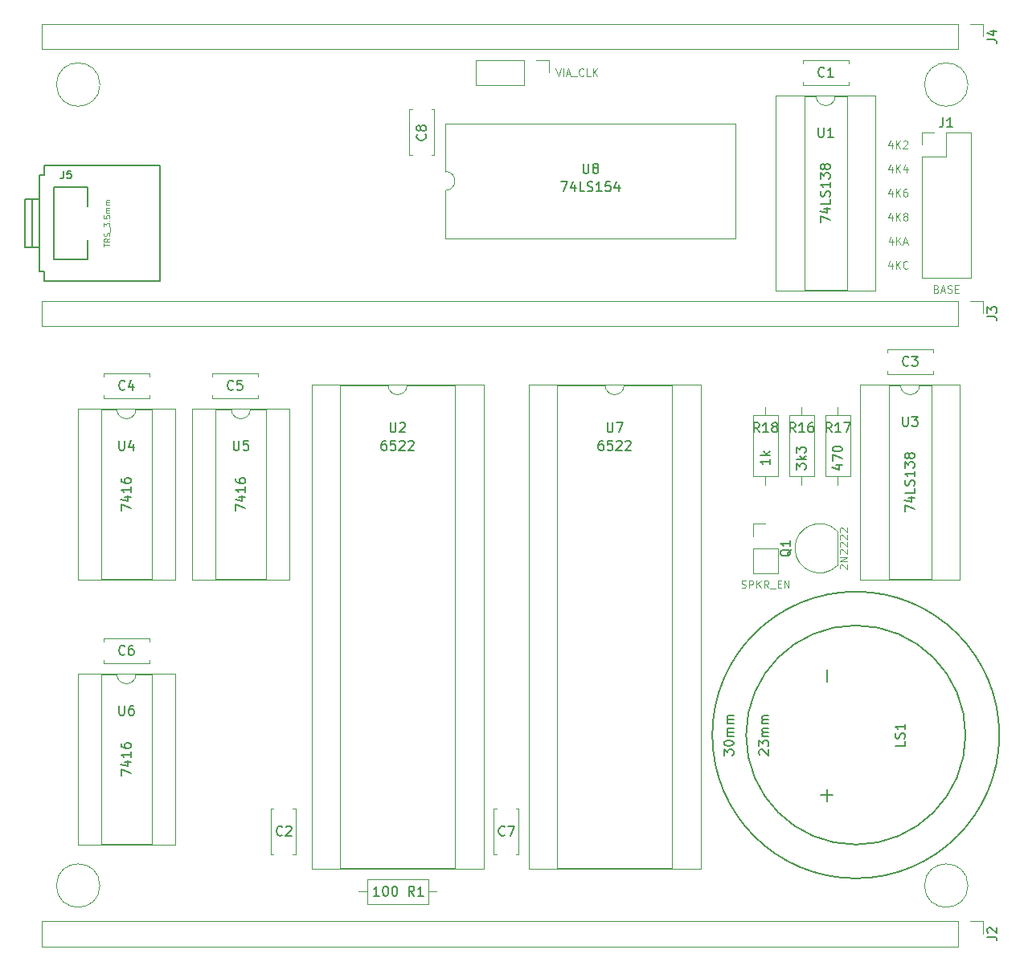
<source format=gto>
G04 #@! TF.GenerationSoftware,KiCad,Pcbnew,(5.1.5)-3*
G04 #@! TF.CreationDate,2020-10-11T23:01:46+02:00*
G04 #@! TF.ProjectId,PP 6502 Game Board,50502036-3530-4322-9047-616d6520426f,rev?*
G04 #@! TF.SameCoordinates,Original*
G04 #@! TF.FileFunction,Legend,Top*
G04 #@! TF.FilePolarity,Positive*
%FSLAX46Y46*%
G04 Gerber Fmt 4.6, Leading zero omitted, Abs format (unit mm)*
G04 Created by KiCad (PCBNEW (5.1.5)-3) date 2020-10-11 23:01:46*
%MOMM*%
%LPD*%
G04 APERTURE LIST*
%ADD10C,0.100000*%
%ADD11C,0.120000*%
%ADD12C,0.150000*%
G04 APERTURE END LIST*
D10*
X154446190Y-54171904D02*
X154712857Y-54971904D01*
X154979523Y-54171904D01*
X155246190Y-54971904D02*
X155246190Y-54171904D01*
X155589047Y-54743333D02*
X155970000Y-54743333D01*
X155512857Y-54971904D02*
X155779523Y-54171904D01*
X156046190Y-54971904D01*
X156122380Y-55048095D02*
X156731904Y-55048095D01*
X157379523Y-54895714D02*
X157341428Y-54933809D01*
X157227142Y-54971904D01*
X157150952Y-54971904D01*
X157036666Y-54933809D01*
X156960476Y-54857619D01*
X156922380Y-54781428D01*
X156884285Y-54629047D01*
X156884285Y-54514761D01*
X156922380Y-54362380D01*
X156960476Y-54286190D01*
X157036666Y-54210000D01*
X157150952Y-54171904D01*
X157227142Y-54171904D01*
X157341428Y-54210000D01*
X157379523Y-54248095D01*
X158103333Y-54971904D02*
X157722380Y-54971904D01*
X157722380Y-54171904D01*
X158370000Y-54971904D02*
X158370000Y-54171904D01*
X158827142Y-54971904D02*
X158484285Y-54514761D01*
X158827142Y-54171904D02*
X158370000Y-54629047D01*
X189852380Y-74758571D02*
X189852380Y-75291904D01*
X189661904Y-74453809D02*
X189471428Y-75025238D01*
X189966666Y-75025238D01*
X190271428Y-75291904D02*
X190271428Y-74491904D01*
X190728571Y-75291904D02*
X190385714Y-74834761D01*
X190728571Y-74491904D02*
X190271428Y-74949047D01*
X191528571Y-75215714D02*
X191490476Y-75253809D01*
X191376190Y-75291904D01*
X191300000Y-75291904D01*
X191185714Y-75253809D01*
X191109523Y-75177619D01*
X191071428Y-75101428D01*
X191033333Y-74949047D01*
X191033333Y-74834761D01*
X191071428Y-74682380D01*
X191109523Y-74606190D01*
X191185714Y-74530000D01*
X191300000Y-74491904D01*
X191376190Y-74491904D01*
X191490476Y-74530000D01*
X191528571Y-74568095D01*
X189909523Y-72218571D02*
X189909523Y-72751904D01*
X189719047Y-71913809D02*
X189528571Y-72485238D01*
X190023809Y-72485238D01*
X190328571Y-72751904D02*
X190328571Y-71951904D01*
X190785714Y-72751904D02*
X190442857Y-72294761D01*
X190785714Y-71951904D02*
X190328571Y-72409047D01*
X191090476Y-72523333D02*
X191471428Y-72523333D01*
X191014285Y-72751904D02*
X191280952Y-71951904D01*
X191547619Y-72751904D01*
X189871428Y-69678571D02*
X189871428Y-70211904D01*
X189680952Y-69373809D02*
X189490476Y-69945238D01*
X189985714Y-69945238D01*
X190290476Y-70211904D02*
X190290476Y-69411904D01*
X190747619Y-70211904D02*
X190404761Y-69754761D01*
X190747619Y-69411904D02*
X190290476Y-69869047D01*
X191204761Y-69754761D02*
X191128571Y-69716666D01*
X191090476Y-69678571D01*
X191052380Y-69602380D01*
X191052380Y-69564285D01*
X191090476Y-69488095D01*
X191128571Y-69450000D01*
X191204761Y-69411904D01*
X191357142Y-69411904D01*
X191433333Y-69450000D01*
X191471428Y-69488095D01*
X191509523Y-69564285D01*
X191509523Y-69602380D01*
X191471428Y-69678571D01*
X191433333Y-69716666D01*
X191357142Y-69754761D01*
X191204761Y-69754761D01*
X191128571Y-69792857D01*
X191090476Y-69830952D01*
X191052380Y-69907142D01*
X191052380Y-70059523D01*
X191090476Y-70135714D01*
X191128571Y-70173809D01*
X191204761Y-70211904D01*
X191357142Y-70211904D01*
X191433333Y-70173809D01*
X191471428Y-70135714D01*
X191509523Y-70059523D01*
X191509523Y-69907142D01*
X191471428Y-69830952D01*
X191433333Y-69792857D01*
X191357142Y-69754761D01*
X189871428Y-67138571D02*
X189871428Y-67671904D01*
X189680952Y-66833809D02*
X189490476Y-67405238D01*
X189985714Y-67405238D01*
X190290476Y-67671904D02*
X190290476Y-66871904D01*
X190747619Y-67671904D02*
X190404761Y-67214761D01*
X190747619Y-66871904D02*
X190290476Y-67329047D01*
X191433333Y-66871904D02*
X191280952Y-66871904D01*
X191204761Y-66910000D01*
X191166666Y-66948095D01*
X191090476Y-67062380D01*
X191052380Y-67214761D01*
X191052380Y-67519523D01*
X191090476Y-67595714D01*
X191128571Y-67633809D01*
X191204761Y-67671904D01*
X191357142Y-67671904D01*
X191433333Y-67633809D01*
X191471428Y-67595714D01*
X191509523Y-67519523D01*
X191509523Y-67329047D01*
X191471428Y-67252857D01*
X191433333Y-67214761D01*
X191357142Y-67176666D01*
X191204761Y-67176666D01*
X191128571Y-67214761D01*
X191090476Y-67252857D01*
X191052380Y-67329047D01*
X189871428Y-64598571D02*
X189871428Y-65131904D01*
X189680952Y-64293809D02*
X189490476Y-64865238D01*
X189985714Y-64865238D01*
X190290476Y-65131904D02*
X190290476Y-64331904D01*
X190747619Y-65131904D02*
X190404761Y-64674761D01*
X190747619Y-64331904D02*
X190290476Y-64789047D01*
X191433333Y-64598571D02*
X191433333Y-65131904D01*
X191242857Y-64293809D02*
X191052380Y-64865238D01*
X191547619Y-64865238D01*
X189871428Y-62058571D02*
X189871428Y-62591904D01*
X189680952Y-61753809D02*
X189490476Y-62325238D01*
X189985714Y-62325238D01*
X190290476Y-62591904D02*
X190290476Y-61791904D01*
X190747619Y-62591904D02*
X190404761Y-62134761D01*
X190747619Y-61791904D02*
X190290476Y-62249047D01*
X191052380Y-61868095D02*
X191090476Y-61830000D01*
X191166666Y-61791904D01*
X191357142Y-61791904D01*
X191433333Y-61830000D01*
X191471428Y-61868095D01*
X191509523Y-61944285D01*
X191509523Y-62020476D01*
X191471428Y-62134761D01*
X191014285Y-62591904D01*
X191509523Y-62591904D01*
D11*
X106426000Y-140335000D02*
G75*
G03X106426000Y-140335000I-2286000J0D01*
G01*
X197866000Y-140335000D02*
G75*
G03X197866000Y-140335000I-2286000J0D01*
G01*
X197866000Y-55880000D02*
G75*
G03X197866000Y-55880000I-2286000J0D01*
G01*
X106426000Y-55880000D02*
G75*
G03X106426000Y-55880000I-2286000J0D01*
G01*
X124420000Y-137070000D02*
X124420000Y-132250000D01*
X127040000Y-137070000D02*
X127040000Y-132250000D01*
X124420000Y-137070000D02*
X124734000Y-137070000D01*
X126726000Y-137070000D02*
X127040000Y-137070000D01*
X124420000Y-132250000D02*
X124734000Y-132250000D01*
X126726000Y-132250000D02*
X127040000Y-132250000D01*
X194220000Y-86400000D02*
X189400000Y-86400000D01*
X194220000Y-83780000D02*
X189400000Y-83780000D01*
X194220000Y-86400000D02*
X194220000Y-86086000D01*
X194220000Y-84094000D02*
X194220000Y-83780000D01*
X189400000Y-86400000D02*
X189400000Y-86086000D01*
X189400000Y-84094000D02*
X189400000Y-83780000D01*
X183880000Y-57090000D02*
G75*
G02X181880000Y-57090000I-1000000J0D01*
G01*
X181880000Y-57090000D02*
X180630000Y-57090000D01*
X180630000Y-57090000D02*
X180630000Y-77530000D01*
X180630000Y-77530000D02*
X185130000Y-77530000D01*
X185130000Y-77530000D02*
X185130000Y-57090000D01*
X185130000Y-57090000D02*
X183880000Y-57090000D01*
X177630000Y-57030000D02*
X177630000Y-77590000D01*
X177630000Y-77590000D02*
X188130000Y-77590000D01*
X188130000Y-77590000D02*
X188130000Y-57030000D01*
X188130000Y-57030000D02*
X177630000Y-57030000D01*
X138795000Y-87570000D02*
G75*
G02X136795000Y-87570000I-1000000J0D01*
G01*
X136795000Y-87570000D02*
X131735000Y-87570000D01*
X131735000Y-87570000D02*
X131735000Y-138490000D01*
X131735000Y-138490000D02*
X143855000Y-138490000D01*
X143855000Y-138490000D02*
X143855000Y-87570000D01*
X143855000Y-87570000D02*
X138795000Y-87570000D01*
X128735000Y-87510000D02*
X128735000Y-138550000D01*
X128735000Y-138550000D02*
X146855000Y-138550000D01*
X146855000Y-138550000D02*
X146855000Y-87510000D01*
X146855000Y-87510000D02*
X128735000Y-87510000D01*
X192770000Y-87570000D02*
G75*
G02X190770000Y-87570000I-1000000J0D01*
G01*
X190770000Y-87570000D02*
X189520000Y-87570000D01*
X189520000Y-87570000D02*
X189520000Y-108010000D01*
X189520000Y-108010000D02*
X194020000Y-108010000D01*
X194020000Y-108010000D02*
X194020000Y-87570000D01*
X194020000Y-87570000D02*
X192770000Y-87570000D01*
X186520000Y-87510000D02*
X186520000Y-108070000D01*
X186520000Y-108070000D02*
X197020000Y-108070000D01*
X197020000Y-108070000D02*
X197020000Y-87510000D01*
X197020000Y-87510000D02*
X186520000Y-87510000D01*
X145990000Y-53280000D02*
X145990000Y-55940000D01*
X151130000Y-53280000D02*
X145990000Y-53280000D01*
X151130000Y-55940000D02*
X145990000Y-55940000D01*
X151130000Y-53280000D02*
X151130000Y-55940000D01*
X152400000Y-53280000D02*
X153730000Y-53280000D01*
X153730000Y-53280000D02*
X153730000Y-54610000D01*
X185330000Y-55920000D02*
X180510000Y-55920000D01*
X185330000Y-53300000D02*
X180510000Y-53300000D01*
X185330000Y-55920000D02*
X185330000Y-55606000D01*
X185330000Y-53614000D02*
X185330000Y-53300000D01*
X180510000Y-55920000D02*
X180510000Y-55606000D01*
X180510000Y-53614000D02*
X180510000Y-53300000D01*
X111670000Y-88940000D02*
X106850000Y-88940000D01*
X111670000Y-86320000D02*
X106850000Y-86320000D01*
X111670000Y-88940000D02*
X111670000Y-88626000D01*
X111670000Y-86634000D02*
X111670000Y-86320000D01*
X106850000Y-88940000D02*
X106850000Y-88626000D01*
X106850000Y-86634000D02*
X106850000Y-86320000D01*
X123100000Y-88940000D02*
X118280000Y-88940000D01*
X123100000Y-86320000D02*
X118280000Y-86320000D01*
X123100000Y-88940000D02*
X123100000Y-88626000D01*
X123100000Y-86634000D02*
X123100000Y-86320000D01*
X118280000Y-88940000D02*
X118280000Y-88626000D01*
X118280000Y-86634000D02*
X118280000Y-86320000D01*
X192980000Y-76260000D02*
X198180000Y-76260000D01*
X192980000Y-63500000D02*
X192980000Y-76260000D01*
X198180000Y-60900000D02*
X198180000Y-76260000D01*
X192980000Y-63500000D02*
X195580000Y-63500000D01*
X195580000Y-63500000D02*
X195580000Y-60900000D01*
X195580000Y-60900000D02*
X198180000Y-60900000D01*
X192980000Y-62230000D02*
X192980000Y-60900000D01*
X192980000Y-60900000D02*
X194310000Y-60900000D01*
X100270000Y-144085000D02*
X100270000Y-146745000D01*
X196850000Y-144085000D02*
X100270000Y-144085000D01*
X196850000Y-146745000D02*
X100270000Y-146745000D01*
X196850000Y-144085000D02*
X196850000Y-146745000D01*
X198120000Y-144085000D02*
X199450000Y-144085000D01*
X199450000Y-144085000D02*
X199450000Y-145415000D01*
X100270000Y-78680000D02*
X100270000Y-81340000D01*
X196850000Y-78680000D02*
X100270000Y-78680000D01*
X196850000Y-81340000D02*
X100270000Y-81340000D01*
X196850000Y-78680000D02*
X196850000Y-81340000D01*
X198120000Y-78680000D02*
X199450000Y-78680000D01*
X199450000Y-78680000D02*
X199450000Y-80010000D01*
X181650000Y-90770000D02*
X179030000Y-90770000D01*
X179030000Y-90770000D02*
X179030000Y-97190000D01*
X179030000Y-97190000D02*
X181650000Y-97190000D01*
X181650000Y-97190000D02*
X181650000Y-90770000D01*
X180340000Y-89880000D02*
X180340000Y-90770000D01*
X180340000Y-98080000D02*
X180340000Y-97190000D01*
X110220000Y-90110000D02*
G75*
G02X108220000Y-90110000I-1000000J0D01*
G01*
X108220000Y-90110000D02*
X106570000Y-90110000D01*
X106570000Y-90110000D02*
X106570000Y-108010000D01*
X106570000Y-108010000D02*
X111870000Y-108010000D01*
X111870000Y-108010000D02*
X111870000Y-90110000D01*
X111870000Y-90110000D02*
X110220000Y-90110000D01*
X104080000Y-90050000D02*
X104080000Y-108070000D01*
X104080000Y-108070000D02*
X114360000Y-108070000D01*
X114360000Y-108070000D02*
X114360000Y-90050000D01*
X114360000Y-90050000D02*
X104080000Y-90050000D01*
X122285000Y-90110000D02*
G75*
G02X120285000Y-90110000I-1000000J0D01*
G01*
X120285000Y-90110000D02*
X118635000Y-90110000D01*
X118635000Y-90110000D02*
X118635000Y-108010000D01*
X118635000Y-108010000D02*
X123935000Y-108010000D01*
X123935000Y-108010000D02*
X123935000Y-90110000D01*
X123935000Y-90110000D02*
X122285000Y-90110000D01*
X116145000Y-90050000D02*
X116145000Y-108070000D01*
X116145000Y-108070000D02*
X126425000Y-108070000D01*
X126425000Y-108070000D02*
X126425000Y-90050000D01*
X126425000Y-90050000D02*
X116145000Y-90050000D01*
X110220000Y-118050000D02*
G75*
G02X108220000Y-118050000I-1000000J0D01*
G01*
X108220000Y-118050000D02*
X106570000Y-118050000D01*
X106570000Y-118050000D02*
X106570000Y-135950000D01*
X106570000Y-135950000D02*
X111870000Y-135950000D01*
X111870000Y-135950000D02*
X111870000Y-118050000D01*
X111870000Y-118050000D02*
X110220000Y-118050000D01*
X104080000Y-117990000D02*
X104080000Y-136010000D01*
X104080000Y-136010000D02*
X114360000Y-136010000D01*
X114360000Y-136010000D02*
X114360000Y-117990000D01*
X114360000Y-117990000D02*
X104080000Y-117990000D01*
X161655000Y-87570000D02*
G75*
G02X159655000Y-87570000I-1000000J0D01*
G01*
X159655000Y-87570000D02*
X154595000Y-87570000D01*
X154595000Y-87570000D02*
X154595000Y-138490000D01*
X154595000Y-138490000D02*
X166715000Y-138490000D01*
X166715000Y-138490000D02*
X166715000Y-87570000D01*
X166715000Y-87570000D02*
X161655000Y-87570000D01*
X151595000Y-87510000D02*
X151595000Y-138550000D01*
X151595000Y-138550000D02*
X169715000Y-138550000D01*
X169715000Y-138550000D02*
X169715000Y-87510000D01*
X169715000Y-87510000D02*
X151595000Y-87510000D01*
X142815000Y-65040000D02*
G75*
G02X142815000Y-67040000I0J-1000000D01*
G01*
X142815000Y-67040000D02*
X142815000Y-72100000D01*
X142815000Y-72100000D02*
X173415000Y-72100000D01*
X173415000Y-72100000D02*
X173415000Y-59980000D01*
X173415000Y-59980000D02*
X142815000Y-59980000D01*
X142815000Y-59980000D02*
X142815000Y-65040000D01*
X100270000Y-49470000D02*
X100270000Y-52130000D01*
X196850000Y-49470000D02*
X100270000Y-49470000D01*
X196850000Y-52130000D02*
X100270000Y-52130000D01*
X196850000Y-49470000D02*
X196850000Y-52130000D01*
X198120000Y-49470000D02*
X199450000Y-49470000D01*
X199450000Y-49470000D02*
X199450000Y-50800000D01*
X111670000Y-116880000D02*
X106850000Y-116880000D01*
X111670000Y-114260000D02*
X106850000Y-114260000D01*
X111670000Y-116880000D02*
X111670000Y-116566000D01*
X111670000Y-114574000D02*
X111670000Y-114260000D01*
X106850000Y-116880000D02*
X106850000Y-116566000D01*
X106850000Y-114574000D02*
X106850000Y-114260000D01*
X147915000Y-137070000D02*
X147915000Y-132250000D01*
X150535000Y-137070000D02*
X150535000Y-132250000D01*
X147915000Y-137070000D02*
X148229000Y-137070000D01*
X150221000Y-137070000D02*
X150535000Y-137070000D01*
X147915000Y-132250000D02*
X148229000Y-132250000D01*
X150221000Y-132250000D02*
X150535000Y-132250000D01*
X184095000Y-106575000D02*
X184095000Y-102975000D01*
X184083478Y-106613478D02*
G75*
G02X179645000Y-104775000I-1838478J1838478D01*
G01*
X184083478Y-102936522D02*
G75*
G03X179645000Y-104775000I-1838478J-1838478D01*
G01*
X182840000Y-97190000D02*
X185460000Y-97190000D01*
X185460000Y-97190000D02*
X185460000Y-90770000D01*
X185460000Y-90770000D02*
X182840000Y-90770000D01*
X182840000Y-90770000D02*
X182840000Y-97190000D01*
X184150000Y-98080000D02*
X184150000Y-97190000D01*
X184150000Y-89880000D02*
X184150000Y-90770000D01*
X177840000Y-90770000D02*
X175220000Y-90770000D01*
X175220000Y-90770000D02*
X175220000Y-97190000D01*
X175220000Y-97190000D02*
X177840000Y-97190000D01*
X177840000Y-97190000D02*
X177840000Y-90770000D01*
X176530000Y-89880000D02*
X176530000Y-90770000D01*
X176530000Y-98080000D02*
X176530000Y-97190000D01*
D12*
X183007000Y-118237000D02*
X183007000Y-117602000D01*
X183007000Y-118237000D02*
X183007000Y-118872000D01*
X183007000Y-130810000D02*
X183007000Y-130175000D01*
X183007000Y-130810000D02*
X183007000Y-131445000D01*
X183515000Y-130810000D02*
X183642000Y-130810000D01*
X182372000Y-130810000D02*
X183515000Y-130810000D01*
X197612000Y-124460000D02*
G75*
G03X197612000Y-124460000I-11557000J0D01*
G01*
X201168000Y-124460000D02*
G75*
G03X201168000Y-124460000I-15113000J0D01*
G01*
X105156000Y-72263000D02*
X105156000Y-74295000D01*
X105156000Y-74295000D02*
X101600000Y-74295000D01*
X101600000Y-74295000D02*
X101600000Y-66675000D01*
X101600000Y-66675000D02*
X105156000Y-66675000D01*
X105156000Y-66675000D02*
X105156000Y-68707000D01*
X100584000Y-75565000D02*
X100584000Y-76581000D01*
X100584000Y-64389000D02*
X100584000Y-65405000D01*
X98552000Y-73025000D02*
X100076000Y-73025000D01*
X100076000Y-67945000D02*
X98552000Y-67945000D01*
X99314000Y-73025000D02*
X99314000Y-67945000D01*
X100584000Y-75565000D02*
X100330000Y-75565000D01*
X100330000Y-75565000D02*
X100076000Y-75565000D01*
X100076000Y-75565000D02*
X100076000Y-65405000D01*
X100076000Y-65405000D02*
X100584000Y-65405000D01*
X98552000Y-73025000D02*
X98552000Y-67945000D01*
X112776000Y-76581000D02*
X100584000Y-76581000D01*
X100584000Y-64389000D02*
X112776000Y-64389000D01*
X112776000Y-64389000D02*
X112776000Y-76581000D01*
D11*
X175200000Y-107375000D02*
X177860000Y-107375000D01*
X175200000Y-104775000D02*
X175200000Y-107375000D01*
X177860000Y-104775000D02*
X177860000Y-107375000D01*
X175200000Y-104775000D02*
X177860000Y-104775000D01*
X175200000Y-103505000D02*
X175200000Y-102175000D01*
X175200000Y-102175000D02*
X176530000Y-102175000D01*
X141005000Y-142280000D02*
X141005000Y-139660000D01*
X141005000Y-139660000D02*
X134585000Y-139660000D01*
X134585000Y-139660000D02*
X134585000Y-142280000D01*
X134585000Y-142280000D02*
X141005000Y-142280000D01*
X141895000Y-140970000D02*
X141005000Y-140970000D01*
X133695000Y-140970000D02*
X134585000Y-140970000D01*
X141645000Y-58510000D02*
X141645000Y-63330000D01*
X139025000Y-58510000D02*
X139025000Y-63330000D01*
X141645000Y-58510000D02*
X141331000Y-58510000D01*
X139339000Y-58510000D02*
X139025000Y-58510000D01*
X141645000Y-63330000D02*
X141331000Y-63330000D01*
X139339000Y-63330000D02*
X139025000Y-63330000D01*
D12*
X125648332Y-134977142D02*
X125600713Y-135024761D01*
X125457856Y-135072380D01*
X125362618Y-135072380D01*
X125219760Y-135024761D01*
X125124522Y-134929523D01*
X125076903Y-134834285D01*
X125029284Y-134643809D01*
X125029284Y-134500952D01*
X125076903Y-134310476D01*
X125124522Y-134215238D01*
X125219760Y-134120000D01*
X125362618Y-134072380D01*
X125457856Y-134072380D01*
X125600713Y-134120000D01*
X125648332Y-134167619D01*
X126029284Y-134167619D02*
X126076903Y-134120000D01*
X126172141Y-134072380D01*
X126410237Y-134072380D01*
X126505475Y-134120000D01*
X126553094Y-134167619D01*
X126600713Y-134262857D01*
X126600713Y-134358095D01*
X126553094Y-134500952D01*
X125981665Y-135072380D01*
X126600713Y-135072380D01*
X191603333Y-85447142D02*
X191555714Y-85494761D01*
X191412857Y-85542380D01*
X191317619Y-85542380D01*
X191174761Y-85494761D01*
X191079523Y-85399523D01*
X191031904Y-85304285D01*
X190984285Y-85113809D01*
X190984285Y-84970952D01*
X191031904Y-84780476D01*
X191079523Y-84685238D01*
X191174761Y-84590000D01*
X191317619Y-84542380D01*
X191412857Y-84542380D01*
X191555714Y-84590000D01*
X191603333Y-84637619D01*
X191936666Y-84542380D02*
X192555714Y-84542380D01*
X192222380Y-84923333D01*
X192365238Y-84923333D01*
X192460476Y-84970952D01*
X192508095Y-85018571D01*
X192555714Y-85113809D01*
X192555714Y-85351904D01*
X192508095Y-85447142D01*
X192460476Y-85494761D01*
X192365238Y-85542380D01*
X192079523Y-85542380D01*
X191984285Y-85494761D01*
X191936666Y-85447142D01*
X182118095Y-60412380D02*
X182118095Y-61221904D01*
X182165714Y-61317142D01*
X182213333Y-61364761D01*
X182308571Y-61412380D01*
X182499047Y-61412380D01*
X182594285Y-61364761D01*
X182641904Y-61317142D01*
X182689523Y-61221904D01*
X182689523Y-60412380D01*
X183689523Y-61412380D02*
X183118095Y-61412380D01*
X183403809Y-61412380D02*
X183403809Y-60412380D01*
X183308571Y-60555238D01*
X183213333Y-60650476D01*
X183118095Y-60698095D01*
X182332380Y-70429047D02*
X182332380Y-69762380D01*
X183332380Y-70190952D01*
X182665714Y-68952857D02*
X183332380Y-68952857D01*
X182284761Y-69190952D02*
X182999047Y-69429047D01*
X182999047Y-68810000D01*
X183332380Y-67952857D02*
X183332380Y-68429047D01*
X182332380Y-68429047D01*
X183284761Y-67667142D02*
X183332380Y-67524285D01*
X183332380Y-67286190D01*
X183284761Y-67190952D01*
X183237142Y-67143333D01*
X183141904Y-67095714D01*
X183046666Y-67095714D01*
X182951428Y-67143333D01*
X182903809Y-67190952D01*
X182856190Y-67286190D01*
X182808571Y-67476666D01*
X182760952Y-67571904D01*
X182713333Y-67619523D01*
X182618095Y-67667142D01*
X182522857Y-67667142D01*
X182427619Y-67619523D01*
X182380000Y-67571904D01*
X182332380Y-67476666D01*
X182332380Y-67238571D01*
X182380000Y-67095714D01*
X183332380Y-66143333D02*
X183332380Y-66714761D01*
X183332380Y-66429047D02*
X182332380Y-66429047D01*
X182475238Y-66524285D01*
X182570476Y-66619523D01*
X182618095Y-66714761D01*
X182332380Y-65810000D02*
X182332380Y-65190952D01*
X182713333Y-65524285D01*
X182713333Y-65381428D01*
X182760952Y-65286190D01*
X182808571Y-65238571D01*
X182903809Y-65190952D01*
X183141904Y-65190952D01*
X183237142Y-65238571D01*
X183284761Y-65286190D01*
X183332380Y-65381428D01*
X183332380Y-65667142D01*
X183284761Y-65762380D01*
X183237142Y-65810000D01*
X182760952Y-64619523D02*
X182713333Y-64714761D01*
X182665714Y-64762380D01*
X182570476Y-64810000D01*
X182522857Y-64810000D01*
X182427619Y-64762380D01*
X182380000Y-64714761D01*
X182332380Y-64619523D01*
X182332380Y-64429047D01*
X182380000Y-64333809D01*
X182427619Y-64286190D01*
X182522857Y-64238571D01*
X182570476Y-64238571D01*
X182665714Y-64286190D01*
X182713333Y-64333809D01*
X182760952Y-64429047D01*
X182760952Y-64619523D01*
X182808571Y-64714761D01*
X182856190Y-64762380D01*
X182951428Y-64810000D01*
X183141904Y-64810000D01*
X183237142Y-64762380D01*
X183284761Y-64714761D01*
X183332380Y-64619523D01*
X183332380Y-64429047D01*
X183284761Y-64333809D01*
X183237142Y-64286190D01*
X183141904Y-64238571D01*
X182951428Y-64238571D01*
X182856190Y-64286190D01*
X182808571Y-64333809D01*
X182760952Y-64429047D01*
X137033095Y-91527380D02*
X137033095Y-92336904D01*
X137080714Y-92432142D01*
X137128333Y-92479761D01*
X137223571Y-92527380D01*
X137414047Y-92527380D01*
X137509285Y-92479761D01*
X137556904Y-92432142D01*
X137604523Y-92336904D01*
X137604523Y-91527380D01*
X138033095Y-91622619D02*
X138080714Y-91575000D01*
X138175952Y-91527380D01*
X138414047Y-91527380D01*
X138509285Y-91575000D01*
X138556904Y-91622619D01*
X138604523Y-91717857D01*
X138604523Y-91813095D01*
X138556904Y-91955952D01*
X137985476Y-92527380D01*
X138604523Y-92527380D01*
X136556904Y-93432380D02*
X136366428Y-93432380D01*
X136271190Y-93480000D01*
X136223571Y-93527619D01*
X136128333Y-93670476D01*
X136080714Y-93860952D01*
X136080714Y-94241904D01*
X136128333Y-94337142D01*
X136175952Y-94384761D01*
X136271190Y-94432380D01*
X136461666Y-94432380D01*
X136556904Y-94384761D01*
X136604523Y-94337142D01*
X136652142Y-94241904D01*
X136652142Y-94003809D01*
X136604523Y-93908571D01*
X136556904Y-93860952D01*
X136461666Y-93813333D01*
X136271190Y-93813333D01*
X136175952Y-93860952D01*
X136128333Y-93908571D01*
X136080714Y-94003809D01*
X137556904Y-93432380D02*
X137080714Y-93432380D01*
X137033095Y-93908571D01*
X137080714Y-93860952D01*
X137175952Y-93813333D01*
X137414047Y-93813333D01*
X137509285Y-93860952D01*
X137556904Y-93908571D01*
X137604523Y-94003809D01*
X137604523Y-94241904D01*
X137556904Y-94337142D01*
X137509285Y-94384761D01*
X137414047Y-94432380D01*
X137175952Y-94432380D01*
X137080714Y-94384761D01*
X137033095Y-94337142D01*
X137985476Y-93527619D02*
X138033095Y-93480000D01*
X138128333Y-93432380D01*
X138366428Y-93432380D01*
X138461666Y-93480000D01*
X138509285Y-93527619D01*
X138556904Y-93622857D01*
X138556904Y-93718095D01*
X138509285Y-93860952D01*
X137937857Y-94432380D01*
X138556904Y-94432380D01*
X138937857Y-93527619D02*
X138985476Y-93480000D01*
X139080714Y-93432380D01*
X139318809Y-93432380D01*
X139414047Y-93480000D01*
X139461666Y-93527619D01*
X139509285Y-93622857D01*
X139509285Y-93718095D01*
X139461666Y-93860952D01*
X138890238Y-94432380D01*
X139509285Y-94432380D01*
X191008095Y-90892380D02*
X191008095Y-91701904D01*
X191055714Y-91797142D01*
X191103333Y-91844761D01*
X191198571Y-91892380D01*
X191389047Y-91892380D01*
X191484285Y-91844761D01*
X191531904Y-91797142D01*
X191579523Y-91701904D01*
X191579523Y-90892380D01*
X191960476Y-90892380D02*
X192579523Y-90892380D01*
X192246190Y-91273333D01*
X192389047Y-91273333D01*
X192484285Y-91320952D01*
X192531904Y-91368571D01*
X192579523Y-91463809D01*
X192579523Y-91701904D01*
X192531904Y-91797142D01*
X192484285Y-91844761D01*
X192389047Y-91892380D01*
X192103333Y-91892380D01*
X192008095Y-91844761D01*
X191960476Y-91797142D01*
X191222380Y-100909047D02*
X191222380Y-100242380D01*
X192222380Y-100670952D01*
X191555714Y-99432857D02*
X192222380Y-99432857D01*
X191174761Y-99670952D02*
X191889047Y-99909047D01*
X191889047Y-99290000D01*
X192222380Y-98432857D02*
X192222380Y-98909047D01*
X191222380Y-98909047D01*
X192174761Y-98147142D02*
X192222380Y-98004285D01*
X192222380Y-97766190D01*
X192174761Y-97670952D01*
X192127142Y-97623333D01*
X192031904Y-97575714D01*
X191936666Y-97575714D01*
X191841428Y-97623333D01*
X191793809Y-97670952D01*
X191746190Y-97766190D01*
X191698571Y-97956666D01*
X191650952Y-98051904D01*
X191603333Y-98099523D01*
X191508095Y-98147142D01*
X191412857Y-98147142D01*
X191317619Y-98099523D01*
X191270000Y-98051904D01*
X191222380Y-97956666D01*
X191222380Y-97718571D01*
X191270000Y-97575714D01*
X192222380Y-96623333D02*
X192222380Y-97194761D01*
X192222380Y-96909047D02*
X191222380Y-96909047D01*
X191365238Y-97004285D01*
X191460476Y-97099523D01*
X191508095Y-97194761D01*
X191222380Y-96290000D02*
X191222380Y-95670952D01*
X191603333Y-96004285D01*
X191603333Y-95861428D01*
X191650952Y-95766190D01*
X191698571Y-95718571D01*
X191793809Y-95670952D01*
X192031904Y-95670952D01*
X192127142Y-95718571D01*
X192174761Y-95766190D01*
X192222380Y-95861428D01*
X192222380Y-96147142D01*
X192174761Y-96242380D01*
X192127142Y-96290000D01*
X191650952Y-95099523D02*
X191603333Y-95194761D01*
X191555714Y-95242380D01*
X191460476Y-95290000D01*
X191412857Y-95290000D01*
X191317619Y-95242380D01*
X191270000Y-95194761D01*
X191222380Y-95099523D01*
X191222380Y-94909047D01*
X191270000Y-94813809D01*
X191317619Y-94766190D01*
X191412857Y-94718571D01*
X191460476Y-94718571D01*
X191555714Y-94766190D01*
X191603333Y-94813809D01*
X191650952Y-94909047D01*
X191650952Y-95099523D01*
X191698571Y-95194761D01*
X191746190Y-95242380D01*
X191841428Y-95290000D01*
X192031904Y-95290000D01*
X192127142Y-95242380D01*
X192174761Y-95194761D01*
X192222380Y-95099523D01*
X192222380Y-94909047D01*
X192174761Y-94813809D01*
X192127142Y-94766190D01*
X192031904Y-94718571D01*
X191841428Y-94718571D01*
X191746190Y-94766190D01*
X191698571Y-94813809D01*
X191650952Y-94909047D01*
X182713333Y-54967142D02*
X182665714Y-55014761D01*
X182522857Y-55062380D01*
X182427619Y-55062380D01*
X182284761Y-55014761D01*
X182189523Y-54919523D01*
X182141904Y-54824285D01*
X182094285Y-54633809D01*
X182094285Y-54490952D01*
X182141904Y-54300476D01*
X182189523Y-54205238D01*
X182284761Y-54110000D01*
X182427619Y-54062380D01*
X182522857Y-54062380D01*
X182665714Y-54110000D01*
X182713333Y-54157619D01*
X183665714Y-55062380D02*
X183094285Y-55062380D01*
X183380000Y-55062380D02*
X183380000Y-54062380D01*
X183284761Y-54205238D01*
X183189523Y-54300476D01*
X183094285Y-54348095D01*
X109053333Y-87987142D02*
X109005714Y-88034761D01*
X108862857Y-88082380D01*
X108767619Y-88082380D01*
X108624761Y-88034761D01*
X108529523Y-87939523D01*
X108481904Y-87844285D01*
X108434285Y-87653809D01*
X108434285Y-87510952D01*
X108481904Y-87320476D01*
X108529523Y-87225238D01*
X108624761Y-87130000D01*
X108767619Y-87082380D01*
X108862857Y-87082380D01*
X109005714Y-87130000D01*
X109053333Y-87177619D01*
X109910476Y-87415714D02*
X109910476Y-88082380D01*
X109672380Y-87034761D02*
X109434285Y-87749047D01*
X110053333Y-87749047D01*
X120483333Y-87987142D02*
X120435714Y-88034761D01*
X120292857Y-88082380D01*
X120197619Y-88082380D01*
X120054761Y-88034761D01*
X119959523Y-87939523D01*
X119911904Y-87844285D01*
X119864285Y-87653809D01*
X119864285Y-87510952D01*
X119911904Y-87320476D01*
X119959523Y-87225238D01*
X120054761Y-87130000D01*
X120197619Y-87082380D01*
X120292857Y-87082380D01*
X120435714Y-87130000D01*
X120483333Y-87177619D01*
X121388095Y-87082380D02*
X120911904Y-87082380D01*
X120864285Y-87558571D01*
X120911904Y-87510952D01*
X121007142Y-87463333D01*
X121245238Y-87463333D01*
X121340476Y-87510952D01*
X121388095Y-87558571D01*
X121435714Y-87653809D01*
X121435714Y-87891904D01*
X121388095Y-87987142D01*
X121340476Y-88034761D01*
X121245238Y-88082380D01*
X121007142Y-88082380D01*
X120911904Y-88034761D01*
X120864285Y-87987142D01*
X195246666Y-59352380D02*
X195246666Y-60066666D01*
X195199047Y-60209523D01*
X195103809Y-60304761D01*
X194960952Y-60352380D01*
X194865714Y-60352380D01*
X196246666Y-60352380D02*
X195675238Y-60352380D01*
X195960952Y-60352380D02*
X195960952Y-59352380D01*
X195865714Y-59495238D01*
X195770476Y-59590476D01*
X195675238Y-59638095D01*
D10*
X194551428Y-77412857D02*
X194665714Y-77450952D01*
X194703809Y-77489047D01*
X194741904Y-77565238D01*
X194741904Y-77679523D01*
X194703809Y-77755714D01*
X194665714Y-77793809D01*
X194589523Y-77831904D01*
X194284761Y-77831904D01*
X194284761Y-77031904D01*
X194551428Y-77031904D01*
X194627619Y-77070000D01*
X194665714Y-77108095D01*
X194703809Y-77184285D01*
X194703809Y-77260476D01*
X194665714Y-77336666D01*
X194627619Y-77374761D01*
X194551428Y-77412857D01*
X194284761Y-77412857D01*
X195046666Y-77603333D02*
X195427619Y-77603333D01*
X194970476Y-77831904D02*
X195237142Y-77031904D01*
X195503809Y-77831904D01*
X195732380Y-77793809D02*
X195846666Y-77831904D01*
X196037142Y-77831904D01*
X196113333Y-77793809D01*
X196151428Y-77755714D01*
X196189523Y-77679523D01*
X196189523Y-77603333D01*
X196151428Y-77527142D01*
X196113333Y-77489047D01*
X196037142Y-77450952D01*
X195884761Y-77412857D01*
X195808571Y-77374761D01*
X195770476Y-77336666D01*
X195732380Y-77260476D01*
X195732380Y-77184285D01*
X195770476Y-77108095D01*
X195808571Y-77070000D01*
X195884761Y-77031904D01*
X196075238Y-77031904D01*
X196189523Y-77070000D01*
X196532380Y-77412857D02*
X196799047Y-77412857D01*
X196913333Y-77831904D02*
X196532380Y-77831904D01*
X196532380Y-77031904D01*
X196913333Y-77031904D01*
D12*
X199902380Y-145748333D02*
X200616666Y-145748333D01*
X200759523Y-145795952D01*
X200854761Y-145891190D01*
X200902380Y-146034047D01*
X200902380Y-146129285D01*
X199997619Y-145319761D02*
X199950000Y-145272142D01*
X199902380Y-145176904D01*
X199902380Y-144938809D01*
X199950000Y-144843571D01*
X199997619Y-144795952D01*
X200092857Y-144748333D01*
X200188095Y-144748333D01*
X200330952Y-144795952D01*
X200902380Y-145367380D01*
X200902380Y-144748333D01*
X199902380Y-80343333D02*
X200616666Y-80343333D01*
X200759523Y-80390952D01*
X200854761Y-80486190D01*
X200902380Y-80629047D01*
X200902380Y-80724285D01*
X199902380Y-79962380D02*
X199902380Y-79343333D01*
X200283333Y-79676666D01*
X200283333Y-79533809D01*
X200330952Y-79438571D01*
X200378571Y-79390952D01*
X200473809Y-79343333D01*
X200711904Y-79343333D01*
X200807142Y-79390952D01*
X200854761Y-79438571D01*
X200902380Y-79533809D01*
X200902380Y-79819523D01*
X200854761Y-79914761D01*
X200807142Y-79962380D01*
X179697142Y-92527380D02*
X179363809Y-92051190D01*
X179125714Y-92527380D02*
X179125714Y-91527380D01*
X179506666Y-91527380D01*
X179601904Y-91575000D01*
X179649523Y-91622619D01*
X179697142Y-91717857D01*
X179697142Y-91860714D01*
X179649523Y-91955952D01*
X179601904Y-92003571D01*
X179506666Y-92051190D01*
X179125714Y-92051190D01*
X180649523Y-92527380D02*
X180078095Y-92527380D01*
X180363809Y-92527380D02*
X180363809Y-91527380D01*
X180268571Y-91670238D01*
X180173333Y-91765476D01*
X180078095Y-91813095D01*
X181506666Y-91527380D02*
X181316190Y-91527380D01*
X181220952Y-91575000D01*
X181173333Y-91622619D01*
X181078095Y-91765476D01*
X181030476Y-91955952D01*
X181030476Y-92336904D01*
X181078095Y-92432142D01*
X181125714Y-92479761D01*
X181220952Y-92527380D01*
X181411428Y-92527380D01*
X181506666Y-92479761D01*
X181554285Y-92432142D01*
X181601904Y-92336904D01*
X181601904Y-92098809D01*
X181554285Y-92003571D01*
X181506666Y-91955952D01*
X181411428Y-91908333D01*
X181220952Y-91908333D01*
X181125714Y-91955952D01*
X181078095Y-92003571D01*
X181030476Y-92098809D01*
X179792380Y-96464285D02*
X179792380Y-95845238D01*
X180173333Y-96178571D01*
X180173333Y-96035714D01*
X180220952Y-95940476D01*
X180268571Y-95892857D01*
X180363809Y-95845238D01*
X180601904Y-95845238D01*
X180697142Y-95892857D01*
X180744761Y-95940476D01*
X180792380Y-96035714D01*
X180792380Y-96321428D01*
X180744761Y-96416666D01*
X180697142Y-96464285D01*
X180792380Y-95416666D02*
X179792380Y-95416666D01*
X180411428Y-95321428D02*
X180792380Y-95035714D01*
X180125714Y-95035714D02*
X180506666Y-95416666D01*
X179792380Y-94702380D02*
X179792380Y-94083333D01*
X180173333Y-94416666D01*
X180173333Y-94273809D01*
X180220952Y-94178571D01*
X180268571Y-94130952D01*
X180363809Y-94083333D01*
X180601904Y-94083333D01*
X180697142Y-94130952D01*
X180744761Y-94178571D01*
X180792380Y-94273809D01*
X180792380Y-94559523D01*
X180744761Y-94654761D01*
X180697142Y-94702380D01*
X108458095Y-93432380D02*
X108458095Y-94241904D01*
X108505714Y-94337142D01*
X108553333Y-94384761D01*
X108648571Y-94432380D01*
X108839047Y-94432380D01*
X108934285Y-94384761D01*
X108981904Y-94337142D01*
X109029523Y-94241904D01*
X109029523Y-93432380D01*
X109934285Y-93765714D02*
X109934285Y-94432380D01*
X109696190Y-93384761D02*
X109458095Y-94099047D01*
X110077142Y-94099047D01*
X108672380Y-100821904D02*
X108672380Y-100155238D01*
X109672380Y-100583809D01*
X109005714Y-99345714D02*
X109672380Y-99345714D01*
X108624761Y-99583809D02*
X109339047Y-99821904D01*
X109339047Y-99202857D01*
X109672380Y-98298095D02*
X109672380Y-98869523D01*
X109672380Y-98583809D02*
X108672380Y-98583809D01*
X108815238Y-98679047D01*
X108910476Y-98774285D01*
X108958095Y-98869523D01*
X108672380Y-97440952D02*
X108672380Y-97631428D01*
X108720000Y-97726666D01*
X108767619Y-97774285D01*
X108910476Y-97869523D01*
X109100952Y-97917142D01*
X109481904Y-97917142D01*
X109577142Y-97869523D01*
X109624761Y-97821904D01*
X109672380Y-97726666D01*
X109672380Y-97536190D01*
X109624761Y-97440952D01*
X109577142Y-97393333D01*
X109481904Y-97345714D01*
X109243809Y-97345714D01*
X109148571Y-97393333D01*
X109100952Y-97440952D01*
X109053333Y-97536190D01*
X109053333Y-97726666D01*
X109100952Y-97821904D01*
X109148571Y-97869523D01*
X109243809Y-97917142D01*
X120523095Y-93432380D02*
X120523095Y-94241904D01*
X120570714Y-94337142D01*
X120618333Y-94384761D01*
X120713571Y-94432380D01*
X120904047Y-94432380D01*
X120999285Y-94384761D01*
X121046904Y-94337142D01*
X121094523Y-94241904D01*
X121094523Y-93432380D01*
X122046904Y-93432380D02*
X121570714Y-93432380D01*
X121523095Y-93908571D01*
X121570714Y-93860952D01*
X121665952Y-93813333D01*
X121904047Y-93813333D01*
X121999285Y-93860952D01*
X122046904Y-93908571D01*
X122094523Y-94003809D01*
X122094523Y-94241904D01*
X122046904Y-94337142D01*
X121999285Y-94384761D01*
X121904047Y-94432380D01*
X121665952Y-94432380D01*
X121570714Y-94384761D01*
X121523095Y-94337142D01*
X120737380Y-100821904D02*
X120737380Y-100155238D01*
X121737380Y-100583809D01*
X121070714Y-99345714D02*
X121737380Y-99345714D01*
X120689761Y-99583809D02*
X121404047Y-99821904D01*
X121404047Y-99202857D01*
X121737380Y-98298095D02*
X121737380Y-98869523D01*
X121737380Y-98583809D02*
X120737380Y-98583809D01*
X120880238Y-98679047D01*
X120975476Y-98774285D01*
X121023095Y-98869523D01*
X120737380Y-97440952D02*
X120737380Y-97631428D01*
X120785000Y-97726666D01*
X120832619Y-97774285D01*
X120975476Y-97869523D01*
X121165952Y-97917142D01*
X121546904Y-97917142D01*
X121642142Y-97869523D01*
X121689761Y-97821904D01*
X121737380Y-97726666D01*
X121737380Y-97536190D01*
X121689761Y-97440952D01*
X121642142Y-97393333D01*
X121546904Y-97345714D01*
X121308809Y-97345714D01*
X121213571Y-97393333D01*
X121165952Y-97440952D01*
X121118333Y-97536190D01*
X121118333Y-97726666D01*
X121165952Y-97821904D01*
X121213571Y-97869523D01*
X121308809Y-97917142D01*
X108458095Y-121372380D02*
X108458095Y-122181904D01*
X108505714Y-122277142D01*
X108553333Y-122324761D01*
X108648571Y-122372380D01*
X108839047Y-122372380D01*
X108934285Y-122324761D01*
X108981904Y-122277142D01*
X109029523Y-122181904D01*
X109029523Y-121372380D01*
X109934285Y-121372380D02*
X109743809Y-121372380D01*
X109648571Y-121420000D01*
X109600952Y-121467619D01*
X109505714Y-121610476D01*
X109458095Y-121800952D01*
X109458095Y-122181904D01*
X109505714Y-122277142D01*
X109553333Y-122324761D01*
X109648571Y-122372380D01*
X109839047Y-122372380D01*
X109934285Y-122324761D01*
X109981904Y-122277142D01*
X110029523Y-122181904D01*
X110029523Y-121943809D01*
X109981904Y-121848571D01*
X109934285Y-121800952D01*
X109839047Y-121753333D01*
X109648571Y-121753333D01*
X109553333Y-121800952D01*
X109505714Y-121848571D01*
X109458095Y-121943809D01*
X108672380Y-128761904D02*
X108672380Y-128095238D01*
X109672380Y-128523809D01*
X109005714Y-127285714D02*
X109672380Y-127285714D01*
X108624761Y-127523809D02*
X109339047Y-127761904D01*
X109339047Y-127142857D01*
X109672380Y-126238095D02*
X109672380Y-126809523D01*
X109672380Y-126523809D02*
X108672380Y-126523809D01*
X108815238Y-126619047D01*
X108910476Y-126714285D01*
X108958095Y-126809523D01*
X108672380Y-125380952D02*
X108672380Y-125571428D01*
X108720000Y-125666666D01*
X108767619Y-125714285D01*
X108910476Y-125809523D01*
X109100952Y-125857142D01*
X109481904Y-125857142D01*
X109577142Y-125809523D01*
X109624761Y-125761904D01*
X109672380Y-125666666D01*
X109672380Y-125476190D01*
X109624761Y-125380952D01*
X109577142Y-125333333D01*
X109481904Y-125285714D01*
X109243809Y-125285714D01*
X109148571Y-125333333D01*
X109100952Y-125380952D01*
X109053333Y-125476190D01*
X109053333Y-125666666D01*
X109100952Y-125761904D01*
X109148571Y-125809523D01*
X109243809Y-125857142D01*
X159893095Y-91527380D02*
X159893095Y-92336904D01*
X159940714Y-92432142D01*
X159988333Y-92479761D01*
X160083571Y-92527380D01*
X160274047Y-92527380D01*
X160369285Y-92479761D01*
X160416904Y-92432142D01*
X160464523Y-92336904D01*
X160464523Y-91527380D01*
X160845476Y-91527380D02*
X161512142Y-91527380D01*
X161083571Y-92527380D01*
X159416904Y-93432380D02*
X159226428Y-93432380D01*
X159131190Y-93480000D01*
X159083571Y-93527619D01*
X158988333Y-93670476D01*
X158940714Y-93860952D01*
X158940714Y-94241904D01*
X158988333Y-94337142D01*
X159035952Y-94384761D01*
X159131190Y-94432380D01*
X159321666Y-94432380D01*
X159416904Y-94384761D01*
X159464523Y-94337142D01*
X159512142Y-94241904D01*
X159512142Y-94003809D01*
X159464523Y-93908571D01*
X159416904Y-93860952D01*
X159321666Y-93813333D01*
X159131190Y-93813333D01*
X159035952Y-93860952D01*
X158988333Y-93908571D01*
X158940714Y-94003809D01*
X160416904Y-93432380D02*
X159940714Y-93432380D01*
X159893095Y-93908571D01*
X159940714Y-93860952D01*
X160035952Y-93813333D01*
X160274047Y-93813333D01*
X160369285Y-93860952D01*
X160416904Y-93908571D01*
X160464523Y-94003809D01*
X160464523Y-94241904D01*
X160416904Y-94337142D01*
X160369285Y-94384761D01*
X160274047Y-94432380D01*
X160035952Y-94432380D01*
X159940714Y-94384761D01*
X159893095Y-94337142D01*
X160845476Y-93527619D02*
X160893095Y-93480000D01*
X160988333Y-93432380D01*
X161226428Y-93432380D01*
X161321666Y-93480000D01*
X161369285Y-93527619D01*
X161416904Y-93622857D01*
X161416904Y-93718095D01*
X161369285Y-93860952D01*
X160797857Y-94432380D01*
X161416904Y-94432380D01*
X161797857Y-93527619D02*
X161845476Y-93480000D01*
X161940714Y-93432380D01*
X162178809Y-93432380D01*
X162274047Y-93480000D01*
X162321666Y-93527619D01*
X162369285Y-93622857D01*
X162369285Y-93718095D01*
X162321666Y-93860952D01*
X161750238Y-94432380D01*
X162369285Y-94432380D01*
X157353095Y-64222380D02*
X157353095Y-65031904D01*
X157400714Y-65127142D01*
X157448333Y-65174761D01*
X157543571Y-65222380D01*
X157734047Y-65222380D01*
X157829285Y-65174761D01*
X157876904Y-65127142D01*
X157924523Y-65031904D01*
X157924523Y-64222380D01*
X158543571Y-64650952D02*
X158448333Y-64603333D01*
X158400714Y-64555714D01*
X158353095Y-64460476D01*
X158353095Y-64412857D01*
X158400714Y-64317619D01*
X158448333Y-64270000D01*
X158543571Y-64222380D01*
X158734047Y-64222380D01*
X158829285Y-64270000D01*
X158876904Y-64317619D01*
X158924523Y-64412857D01*
X158924523Y-64460476D01*
X158876904Y-64555714D01*
X158829285Y-64603333D01*
X158734047Y-64650952D01*
X158543571Y-64650952D01*
X158448333Y-64698571D01*
X158400714Y-64746190D01*
X158353095Y-64841428D01*
X158353095Y-65031904D01*
X158400714Y-65127142D01*
X158448333Y-65174761D01*
X158543571Y-65222380D01*
X158734047Y-65222380D01*
X158829285Y-65174761D01*
X158876904Y-65127142D01*
X158924523Y-65031904D01*
X158924523Y-64841428D01*
X158876904Y-64746190D01*
X158829285Y-64698571D01*
X158734047Y-64650952D01*
X154995952Y-66127380D02*
X155662619Y-66127380D01*
X155234047Y-67127380D01*
X156472142Y-66460714D02*
X156472142Y-67127380D01*
X156234047Y-66079761D02*
X155995952Y-66794047D01*
X156615000Y-66794047D01*
X157472142Y-67127380D02*
X156995952Y-67127380D01*
X156995952Y-66127380D01*
X157757857Y-67079761D02*
X157900714Y-67127380D01*
X158138809Y-67127380D01*
X158234047Y-67079761D01*
X158281666Y-67032142D01*
X158329285Y-66936904D01*
X158329285Y-66841666D01*
X158281666Y-66746428D01*
X158234047Y-66698809D01*
X158138809Y-66651190D01*
X157948333Y-66603571D01*
X157853095Y-66555952D01*
X157805476Y-66508333D01*
X157757857Y-66413095D01*
X157757857Y-66317857D01*
X157805476Y-66222619D01*
X157853095Y-66175000D01*
X157948333Y-66127380D01*
X158186428Y-66127380D01*
X158329285Y-66175000D01*
X159281666Y-67127380D02*
X158710238Y-67127380D01*
X158995952Y-67127380D02*
X158995952Y-66127380D01*
X158900714Y-66270238D01*
X158805476Y-66365476D01*
X158710238Y-66413095D01*
X160186428Y-66127380D02*
X159710238Y-66127380D01*
X159662619Y-66603571D01*
X159710238Y-66555952D01*
X159805476Y-66508333D01*
X160043571Y-66508333D01*
X160138809Y-66555952D01*
X160186428Y-66603571D01*
X160234047Y-66698809D01*
X160234047Y-66936904D01*
X160186428Y-67032142D01*
X160138809Y-67079761D01*
X160043571Y-67127380D01*
X159805476Y-67127380D01*
X159710238Y-67079761D01*
X159662619Y-67032142D01*
X161091190Y-66460714D02*
X161091190Y-67127380D01*
X160853095Y-66079761D02*
X160615000Y-66794047D01*
X161234047Y-66794047D01*
X199902380Y-51133333D02*
X200616666Y-51133333D01*
X200759523Y-51180952D01*
X200854761Y-51276190D01*
X200902380Y-51419047D01*
X200902380Y-51514285D01*
X200235714Y-50228571D02*
X200902380Y-50228571D01*
X199854761Y-50466666D02*
X200569047Y-50704761D01*
X200569047Y-50085714D01*
X109053333Y-115927142D02*
X109005714Y-115974761D01*
X108862857Y-116022380D01*
X108767619Y-116022380D01*
X108624761Y-115974761D01*
X108529523Y-115879523D01*
X108481904Y-115784285D01*
X108434285Y-115593809D01*
X108434285Y-115450952D01*
X108481904Y-115260476D01*
X108529523Y-115165238D01*
X108624761Y-115070000D01*
X108767619Y-115022380D01*
X108862857Y-115022380D01*
X109005714Y-115070000D01*
X109053333Y-115117619D01*
X109910476Y-115022380D02*
X109720000Y-115022380D01*
X109624761Y-115070000D01*
X109577142Y-115117619D01*
X109481904Y-115260476D01*
X109434285Y-115450952D01*
X109434285Y-115831904D01*
X109481904Y-115927142D01*
X109529523Y-115974761D01*
X109624761Y-116022380D01*
X109815238Y-116022380D01*
X109910476Y-115974761D01*
X109958095Y-115927142D01*
X110005714Y-115831904D01*
X110005714Y-115593809D01*
X109958095Y-115498571D01*
X109910476Y-115450952D01*
X109815238Y-115403333D01*
X109624761Y-115403333D01*
X109529523Y-115450952D01*
X109481904Y-115498571D01*
X109434285Y-115593809D01*
X149058333Y-134977142D02*
X149010714Y-135024761D01*
X148867857Y-135072380D01*
X148772619Y-135072380D01*
X148629761Y-135024761D01*
X148534523Y-134929523D01*
X148486904Y-134834285D01*
X148439285Y-134643809D01*
X148439285Y-134500952D01*
X148486904Y-134310476D01*
X148534523Y-134215238D01*
X148629761Y-134120000D01*
X148772619Y-134072380D01*
X148867857Y-134072380D01*
X149010714Y-134120000D01*
X149058333Y-134167619D01*
X149391666Y-134072380D02*
X150058333Y-134072380D01*
X149629761Y-135072380D01*
X179232619Y-104870238D02*
X179185000Y-104965476D01*
X179089761Y-105060714D01*
X178946904Y-105203571D01*
X178899285Y-105298809D01*
X178899285Y-105394047D01*
X179137380Y-105346428D02*
X179089761Y-105441666D01*
X178994523Y-105536904D01*
X178804047Y-105584523D01*
X178470714Y-105584523D01*
X178280238Y-105536904D01*
X178185000Y-105441666D01*
X178137380Y-105346428D01*
X178137380Y-105155952D01*
X178185000Y-105060714D01*
X178280238Y-104965476D01*
X178470714Y-104917857D01*
X178804047Y-104917857D01*
X178994523Y-104965476D01*
X179089761Y-105060714D01*
X179137380Y-105155952D01*
X179137380Y-105346428D01*
X179137380Y-103965476D02*
X179137380Y-104536904D01*
X179137380Y-104251190D02*
X178137380Y-104251190D01*
X178280238Y-104346428D01*
X178375476Y-104441666D01*
X178423095Y-104536904D01*
D10*
X184423095Y-106946428D02*
X184385000Y-106908333D01*
X184346904Y-106832142D01*
X184346904Y-106641666D01*
X184385000Y-106565476D01*
X184423095Y-106527380D01*
X184499285Y-106489285D01*
X184575476Y-106489285D01*
X184689761Y-106527380D01*
X185146904Y-106984523D01*
X185146904Y-106489285D01*
X185146904Y-106146428D02*
X184346904Y-106146428D01*
X185146904Y-105689285D01*
X184346904Y-105689285D01*
X184423095Y-105346428D02*
X184385000Y-105308333D01*
X184346904Y-105232142D01*
X184346904Y-105041666D01*
X184385000Y-104965476D01*
X184423095Y-104927380D01*
X184499285Y-104889285D01*
X184575476Y-104889285D01*
X184689761Y-104927380D01*
X185146904Y-105384523D01*
X185146904Y-104889285D01*
X184423095Y-104584523D02*
X184385000Y-104546428D01*
X184346904Y-104470238D01*
X184346904Y-104279761D01*
X184385000Y-104203571D01*
X184423095Y-104165476D01*
X184499285Y-104127380D01*
X184575476Y-104127380D01*
X184689761Y-104165476D01*
X185146904Y-104622619D01*
X185146904Y-104127380D01*
X184423095Y-103822619D02*
X184385000Y-103784523D01*
X184346904Y-103708333D01*
X184346904Y-103517857D01*
X184385000Y-103441666D01*
X184423095Y-103403571D01*
X184499285Y-103365476D01*
X184575476Y-103365476D01*
X184689761Y-103403571D01*
X185146904Y-103860714D01*
X185146904Y-103365476D01*
X184423095Y-103060714D02*
X184385000Y-103022619D01*
X184346904Y-102946428D01*
X184346904Y-102755952D01*
X184385000Y-102679761D01*
X184423095Y-102641666D01*
X184499285Y-102603571D01*
X184575476Y-102603571D01*
X184689761Y-102641666D01*
X185146904Y-103098809D01*
X185146904Y-102603571D01*
D12*
X183507142Y-92527380D02*
X183173809Y-92051190D01*
X182935714Y-92527380D02*
X182935714Y-91527380D01*
X183316666Y-91527380D01*
X183411904Y-91575000D01*
X183459523Y-91622619D01*
X183507142Y-91717857D01*
X183507142Y-91860714D01*
X183459523Y-91955952D01*
X183411904Y-92003571D01*
X183316666Y-92051190D01*
X182935714Y-92051190D01*
X184459523Y-92527380D02*
X183888095Y-92527380D01*
X184173809Y-92527380D02*
X184173809Y-91527380D01*
X184078571Y-91670238D01*
X183983333Y-91765476D01*
X183888095Y-91813095D01*
X184792857Y-91527380D02*
X185459523Y-91527380D01*
X185030952Y-92527380D01*
X183935714Y-96011904D02*
X184602380Y-96011904D01*
X183554761Y-96250000D02*
X184269047Y-96488095D01*
X184269047Y-95869047D01*
X183602380Y-95583333D02*
X183602380Y-94916666D01*
X184602380Y-95345238D01*
X183602380Y-94345238D02*
X183602380Y-94250000D01*
X183650000Y-94154761D01*
X183697619Y-94107142D01*
X183792857Y-94059523D01*
X183983333Y-94011904D01*
X184221428Y-94011904D01*
X184411904Y-94059523D01*
X184507142Y-94107142D01*
X184554761Y-94154761D01*
X184602380Y-94250000D01*
X184602380Y-94345238D01*
X184554761Y-94440476D01*
X184507142Y-94488095D01*
X184411904Y-94535714D01*
X184221428Y-94583333D01*
X183983333Y-94583333D01*
X183792857Y-94535714D01*
X183697619Y-94488095D01*
X183650000Y-94440476D01*
X183602380Y-94345238D01*
X175887142Y-92527380D02*
X175553809Y-92051190D01*
X175315714Y-92527380D02*
X175315714Y-91527380D01*
X175696666Y-91527380D01*
X175791904Y-91575000D01*
X175839523Y-91622619D01*
X175887142Y-91717857D01*
X175887142Y-91860714D01*
X175839523Y-91955952D01*
X175791904Y-92003571D01*
X175696666Y-92051190D01*
X175315714Y-92051190D01*
X176839523Y-92527380D02*
X176268095Y-92527380D01*
X176553809Y-92527380D02*
X176553809Y-91527380D01*
X176458571Y-91670238D01*
X176363333Y-91765476D01*
X176268095Y-91813095D01*
X177410952Y-91955952D02*
X177315714Y-91908333D01*
X177268095Y-91860714D01*
X177220476Y-91765476D01*
X177220476Y-91717857D01*
X177268095Y-91622619D01*
X177315714Y-91575000D01*
X177410952Y-91527380D01*
X177601428Y-91527380D01*
X177696666Y-91575000D01*
X177744285Y-91622619D01*
X177791904Y-91717857D01*
X177791904Y-91765476D01*
X177744285Y-91860714D01*
X177696666Y-91908333D01*
X177601428Y-91955952D01*
X177410952Y-91955952D01*
X177315714Y-92003571D01*
X177268095Y-92051190D01*
X177220476Y-92146428D01*
X177220476Y-92336904D01*
X177268095Y-92432142D01*
X177315714Y-92479761D01*
X177410952Y-92527380D01*
X177601428Y-92527380D01*
X177696666Y-92479761D01*
X177744285Y-92432142D01*
X177791904Y-92336904D01*
X177791904Y-92146428D01*
X177744285Y-92051190D01*
X177696666Y-92003571D01*
X177601428Y-91955952D01*
X176982380Y-95369047D02*
X176982380Y-95940476D01*
X176982380Y-95654761D02*
X175982380Y-95654761D01*
X176125238Y-95750000D01*
X176220476Y-95845238D01*
X176268095Y-95940476D01*
X176982380Y-94940476D02*
X175982380Y-94940476D01*
X176601428Y-94845238D02*
X176982380Y-94559523D01*
X176315714Y-94559523D02*
X176696666Y-94940476D01*
X191206380Y-125102857D02*
X191206380Y-125579047D01*
X190206380Y-125579047D01*
X191158761Y-124817142D02*
X191206380Y-124674285D01*
X191206380Y-124436190D01*
X191158761Y-124340952D01*
X191111142Y-124293333D01*
X191015904Y-124245714D01*
X190920666Y-124245714D01*
X190825428Y-124293333D01*
X190777809Y-124340952D01*
X190730190Y-124436190D01*
X190682571Y-124626666D01*
X190634952Y-124721904D01*
X190587333Y-124769523D01*
X190492095Y-124817142D01*
X190396857Y-124817142D01*
X190301619Y-124769523D01*
X190254000Y-124721904D01*
X190206380Y-124626666D01*
X190206380Y-124388571D01*
X190254000Y-124245714D01*
X191206380Y-123293333D02*
X191206380Y-123864761D01*
X191206380Y-123579047D02*
X190206380Y-123579047D01*
X190349238Y-123674285D01*
X190444476Y-123769523D01*
X190492095Y-123864761D01*
X175950619Y-126555238D02*
X175903000Y-126507619D01*
X175855380Y-126412380D01*
X175855380Y-126174285D01*
X175903000Y-126079047D01*
X175950619Y-126031428D01*
X176045857Y-125983809D01*
X176141095Y-125983809D01*
X176283952Y-126031428D01*
X176855380Y-126602857D01*
X176855380Y-125983809D01*
X175855380Y-125650476D02*
X175855380Y-125031428D01*
X176236333Y-125364761D01*
X176236333Y-125221904D01*
X176283952Y-125126666D01*
X176331571Y-125079047D01*
X176426809Y-125031428D01*
X176664904Y-125031428D01*
X176760142Y-125079047D01*
X176807761Y-125126666D01*
X176855380Y-125221904D01*
X176855380Y-125507619D01*
X176807761Y-125602857D01*
X176760142Y-125650476D01*
X176855380Y-124602857D02*
X176188714Y-124602857D01*
X176283952Y-124602857D02*
X176236333Y-124555238D01*
X176188714Y-124460000D01*
X176188714Y-124317142D01*
X176236333Y-124221904D01*
X176331571Y-124174285D01*
X176855380Y-124174285D01*
X176331571Y-124174285D02*
X176236333Y-124126666D01*
X176188714Y-124031428D01*
X176188714Y-123888571D01*
X176236333Y-123793333D01*
X176331571Y-123745714D01*
X176855380Y-123745714D01*
X176855380Y-123269523D02*
X176188714Y-123269523D01*
X176283952Y-123269523D02*
X176236333Y-123221904D01*
X176188714Y-123126666D01*
X176188714Y-122983809D01*
X176236333Y-122888571D01*
X176331571Y-122840952D01*
X176855380Y-122840952D01*
X176331571Y-122840952D02*
X176236333Y-122793333D01*
X176188714Y-122698095D01*
X176188714Y-122555238D01*
X176236333Y-122460000D01*
X176331571Y-122412380D01*
X176855380Y-122412380D01*
X172172380Y-126602857D02*
X172172380Y-125983809D01*
X172553333Y-126317142D01*
X172553333Y-126174285D01*
X172600952Y-126079047D01*
X172648571Y-126031428D01*
X172743809Y-125983809D01*
X172981904Y-125983809D01*
X173077142Y-126031428D01*
X173124761Y-126079047D01*
X173172380Y-126174285D01*
X173172380Y-126460000D01*
X173124761Y-126555238D01*
X173077142Y-126602857D01*
X172172380Y-125364761D02*
X172172380Y-125269523D01*
X172220000Y-125174285D01*
X172267619Y-125126666D01*
X172362857Y-125079047D01*
X172553333Y-125031428D01*
X172791428Y-125031428D01*
X172981904Y-125079047D01*
X173077142Y-125126666D01*
X173124761Y-125174285D01*
X173172380Y-125269523D01*
X173172380Y-125364761D01*
X173124761Y-125460000D01*
X173077142Y-125507619D01*
X172981904Y-125555238D01*
X172791428Y-125602857D01*
X172553333Y-125602857D01*
X172362857Y-125555238D01*
X172267619Y-125507619D01*
X172220000Y-125460000D01*
X172172380Y-125364761D01*
X173172380Y-124602857D02*
X172505714Y-124602857D01*
X172600952Y-124602857D02*
X172553333Y-124555238D01*
X172505714Y-124460000D01*
X172505714Y-124317142D01*
X172553333Y-124221904D01*
X172648571Y-124174285D01*
X173172380Y-124174285D01*
X172648571Y-124174285D02*
X172553333Y-124126666D01*
X172505714Y-124031428D01*
X172505714Y-123888571D01*
X172553333Y-123793333D01*
X172648571Y-123745714D01*
X173172380Y-123745714D01*
X173172380Y-123269523D02*
X172505714Y-123269523D01*
X172600952Y-123269523D02*
X172553333Y-123221904D01*
X172505714Y-123126666D01*
X172505714Y-122983809D01*
X172553333Y-122888571D01*
X172648571Y-122840952D01*
X173172380Y-122840952D01*
X172648571Y-122840952D02*
X172553333Y-122793333D01*
X172505714Y-122698095D01*
X172505714Y-122555238D01*
X172553333Y-122460000D01*
X172648571Y-122412380D01*
X173172380Y-122412380D01*
X102603333Y-64966904D02*
X102603333Y-65538333D01*
X102565238Y-65652619D01*
X102489047Y-65728809D01*
X102374761Y-65766904D01*
X102298571Y-65766904D01*
X103365238Y-64966904D02*
X102984285Y-64966904D01*
X102946190Y-65347857D01*
X102984285Y-65309761D01*
X103060476Y-65271666D01*
X103250952Y-65271666D01*
X103327142Y-65309761D01*
X103365238Y-65347857D01*
X103403333Y-65424047D01*
X103403333Y-65614523D01*
X103365238Y-65690714D01*
X103327142Y-65728809D01*
X103250952Y-65766904D01*
X103060476Y-65766904D01*
X102984285Y-65728809D01*
X102946190Y-65690714D01*
D10*
X106859428Y-72985000D02*
X106859428Y-72642142D01*
X107459428Y-72813571D02*
X106859428Y-72813571D01*
X107459428Y-72099285D02*
X107173714Y-72299285D01*
X107459428Y-72442142D02*
X106859428Y-72442142D01*
X106859428Y-72213571D01*
X106888000Y-72156428D01*
X106916571Y-72127857D01*
X106973714Y-72099285D01*
X107059428Y-72099285D01*
X107116571Y-72127857D01*
X107145142Y-72156428D01*
X107173714Y-72213571D01*
X107173714Y-72442142D01*
X107430857Y-71870714D02*
X107459428Y-71785000D01*
X107459428Y-71642142D01*
X107430857Y-71585000D01*
X107402285Y-71556428D01*
X107345142Y-71527857D01*
X107288000Y-71527857D01*
X107230857Y-71556428D01*
X107202285Y-71585000D01*
X107173714Y-71642142D01*
X107145142Y-71756428D01*
X107116571Y-71813571D01*
X107088000Y-71842142D01*
X107030857Y-71870714D01*
X106973714Y-71870714D01*
X106916571Y-71842142D01*
X106888000Y-71813571D01*
X106859428Y-71756428D01*
X106859428Y-71613571D01*
X106888000Y-71527857D01*
X107516571Y-71413571D02*
X107516571Y-70956428D01*
X106859428Y-70870714D02*
X106859428Y-70499285D01*
X107088000Y-70699285D01*
X107088000Y-70613571D01*
X107116571Y-70556428D01*
X107145142Y-70527857D01*
X107202285Y-70499285D01*
X107345142Y-70499285D01*
X107402285Y-70527857D01*
X107430857Y-70556428D01*
X107459428Y-70613571D01*
X107459428Y-70785000D01*
X107430857Y-70842142D01*
X107402285Y-70870714D01*
X107402285Y-70242142D02*
X107430857Y-70213571D01*
X107459428Y-70242142D01*
X107430857Y-70270714D01*
X107402285Y-70242142D01*
X107459428Y-70242142D01*
X106859428Y-69670714D02*
X106859428Y-69956428D01*
X107145142Y-69985000D01*
X107116571Y-69956428D01*
X107088000Y-69899285D01*
X107088000Y-69756428D01*
X107116571Y-69699285D01*
X107145142Y-69670714D01*
X107202285Y-69642142D01*
X107345142Y-69642142D01*
X107402285Y-69670714D01*
X107430857Y-69699285D01*
X107459428Y-69756428D01*
X107459428Y-69899285D01*
X107430857Y-69956428D01*
X107402285Y-69985000D01*
X107459428Y-69385000D02*
X107059428Y-69385000D01*
X107116571Y-69385000D02*
X107088000Y-69356428D01*
X107059428Y-69299285D01*
X107059428Y-69213571D01*
X107088000Y-69156428D01*
X107145142Y-69127857D01*
X107459428Y-69127857D01*
X107145142Y-69127857D02*
X107088000Y-69099285D01*
X107059428Y-69042142D01*
X107059428Y-68956428D01*
X107088000Y-68899285D01*
X107145142Y-68870714D01*
X107459428Y-68870714D01*
X107459428Y-68585000D02*
X107059428Y-68585000D01*
X107116571Y-68585000D02*
X107088000Y-68556428D01*
X107059428Y-68499285D01*
X107059428Y-68413571D01*
X107088000Y-68356428D01*
X107145142Y-68327857D01*
X107459428Y-68327857D01*
X107145142Y-68327857D02*
X107088000Y-68299285D01*
X107059428Y-68242142D01*
X107059428Y-68156428D01*
X107088000Y-68099285D01*
X107145142Y-68070714D01*
X107459428Y-68070714D01*
X174015714Y-108908809D02*
X174130000Y-108946904D01*
X174320476Y-108946904D01*
X174396666Y-108908809D01*
X174434761Y-108870714D01*
X174472857Y-108794523D01*
X174472857Y-108718333D01*
X174434761Y-108642142D01*
X174396666Y-108604047D01*
X174320476Y-108565952D01*
X174168095Y-108527857D01*
X174091904Y-108489761D01*
X174053809Y-108451666D01*
X174015714Y-108375476D01*
X174015714Y-108299285D01*
X174053809Y-108223095D01*
X174091904Y-108185000D01*
X174168095Y-108146904D01*
X174358571Y-108146904D01*
X174472857Y-108185000D01*
X174815714Y-108946904D02*
X174815714Y-108146904D01*
X175120476Y-108146904D01*
X175196666Y-108185000D01*
X175234761Y-108223095D01*
X175272857Y-108299285D01*
X175272857Y-108413571D01*
X175234761Y-108489761D01*
X175196666Y-108527857D01*
X175120476Y-108565952D01*
X174815714Y-108565952D01*
X175615714Y-108946904D02*
X175615714Y-108146904D01*
X176072857Y-108946904D02*
X175730000Y-108489761D01*
X176072857Y-108146904D02*
X175615714Y-108604047D01*
X176872857Y-108946904D02*
X176606190Y-108565952D01*
X176415714Y-108946904D02*
X176415714Y-108146904D01*
X176720476Y-108146904D01*
X176796666Y-108185000D01*
X176834761Y-108223095D01*
X176872857Y-108299285D01*
X176872857Y-108413571D01*
X176834761Y-108489761D01*
X176796666Y-108527857D01*
X176720476Y-108565952D01*
X176415714Y-108565952D01*
X177025238Y-109023095D02*
X177634761Y-109023095D01*
X177825238Y-108527857D02*
X178091904Y-108527857D01*
X178206190Y-108946904D02*
X177825238Y-108946904D01*
X177825238Y-108146904D01*
X178206190Y-108146904D01*
X178549047Y-108946904D02*
X178549047Y-108146904D01*
X179006190Y-108946904D01*
X179006190Y-108146904D01*
D12*
X139533333Y-141422380D02*
X139200000Y-140946190D01*
X138961904Y-141422380D02*
X138961904Y-140422380D01*
X139342857Y-140422380D01*
X139438095Y-140470000D01*
X139485714Y-140517619D01*
X139533333Y-140612857D01*
X139533333Y-140755714D01*
X139485714Y-140850952D01*
X139438095Y-140898571D01*
X139342857Y-140946190D01*
X138961904Y-140946190D01*
X140485714Y-141422380D02*
X139914285Y-141422380D01*
X140200000Y-141422380D02*
X140200000Y-140422380D01*
X140104761Y-140565238D01*
X140009523Y-140660476D01*
X139914285Y-140708095D01*
X135858333Y-141422380D02*
X135286904Y-141422380D01*
X135572619Y-141422380D02*
X135572619Y-140422380D01*
X135477380Y-140565238D01*
X135382142Y-140660476D01*
X135286904Y-140708095D01*
X136477380Y-140422380D02*
X136572619Y-140422380D01*
X136667857Y-140470000D01*
X136715476Y-140517619D01*
X136763095Y-140612857D01*
X136810714Y-140803333D01*
X136810714Y-141041428D01*
X136763095Y-141231904D01*
X136715476Y-141327142D01*
X136667857Y-141374761D01*
X136572619Y-141422380D01*
X136477380Y-141422380D01*
X136382142Y-141374761D01*
X136334523Y-141327142D01*
X136286904Y-141231904D01*
X136239285Y-141041428D01*
X136239285Y-140803333D01*
X136286904Y-140612857D01*
X136334523Y-140517619D01*
X136382142Y-140470000D01*
X136477380Y-140422380D01*
X137429761Y-140422380D02*
X137525000Y-140422380D01*
X137620238Y-140470000D01*
X137667857Y-140517619D01*
X137715476Y-140612857D01*
X137763095Y-140803333D01*
X137763095Y-141041428D01*
X137715476Y-141231904D01*
X137667857Y-141327142D01*
X137620238Y-141374761D01*
X137525000Y-141422380D01*
X137429761Y-141422380D01*
X137334523Y-141374761D01*
X137286904Y-141327142D01*
X137239285Y-141231904D01*
X137191666Y-141041428D01*
X137191666Y-140803333D01*
X137239285Y-140612857D01*
X137286904Y-140517619D01*
X137334523Y-140470000D01*
X137429761Y-140422380D01*
X140692142Y-61126666D02*
X140739761Y-61174285D01*
X140787380Y-61317142D01*
X140787380Y-61412380D01*
X140739761Y-61555238D01*
X140644523Y-61650476D01*
X140549285Y-61698095D01*
X140358809Y-61745714D01*
X140215952Y-61745714D01*
X140025476Y-61698095D01*
X139930238Y-61650476D01*
X139835000Y-61555238D01*
X139787380Y-61412380D01*
X139787380Y-61317142D01*
X139835000Y-61174285D01*
X139882619Y-61126666D01*
X140215952Y-60555238D02*
X140168333Y-60650476D01*
X140120714Y-60698095D01*
X140025476Y-60745714D01*
X139977857Y-60745714D01*
X139882619Y-60698095D01*
X139835000Y-60650476D01*
X139787380Y-60555238D01*
X139787380Y-60364761D01*
X139835000Y-60269523D01*
X139882619Y-60221904D01*
X139977857Y-60174285D01*
X140025476Y-60174285D01*
X140120714Y-60221904D01*
X140168333Y-60269523D01*
X140215952Y-60364761D01*
X140215952Y-60555238D01*
X140263571Y-60650476D01*
X140311190Y-60698095D01*
X140406428Y-60745714D01*
X140596904Y-60745714D01*
X140692142Y-60698095D01*
X140739761Y-60650476D01*
X140787380Y-60555238D01*
X140787380Y-60364761D01*
X140739761Y-60269523D01*
X140692142Y-60221904D01*
X140596904Y-60174285D01*
X140406428Y-60174285D01*
X140311190Y-60221904D01*
X140263571Y-60269523D01*
X140215952Y-60364761D01*
M02*

</source>
